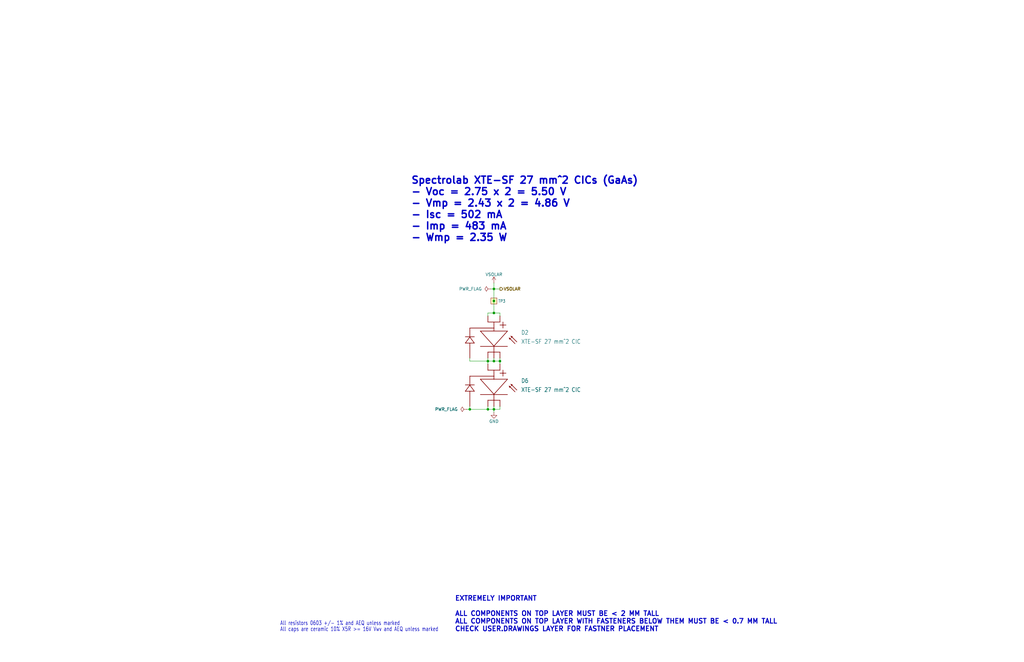
<source format=kicad_sch>
(kicad_sch (version 20250114) (generator "eeschema") (generator_version "9.0")
  (paper "USLedger")
  (title_block (title "OreSat Solar Module: GaAs + MCXN") (date "2026-02-23") (rev "1.1") (company "Portland State Aerospace Society"))
  (lib_symbols
    (symbol "oresat-misc:SPECTROLAB-XTE-SF"
      (property "Reference" "D" (at 5.08 -6.35 0))
      (symbol "SPECTROLAB-XTE-SF_1_0"
        (polyline (pts (xy -12.065 0.127) (xy -8.255 0.127)) (stroke (width 0.254)))
        (polyline (pts (xy -12.065 -2.54) (xy -10.16 -2.54)) (stroke (width 0.254)))
        (polyline (pts (xy -10.16 3.81) (xy 0 3.81)) (stroke (width 0.254)))
        (polyline (pts (xy -10.16 0) (xy -12.065 -2.54)) (stroke (width 0.254)))
        (polyline (pts (xy -10.16 0) (xy -10.16 3.81)) (stroke (width 0.254)))
        (polyline (pts (xy -10.16 -2.54) (xy -10.16 -8.89)) (stroke (width 0.254)))
        (polyline (pts (xy -10.16 -2.54) (xy -8.255 -2.54)) (stroke (width 0.254)))
        (polyline (pts (xy -8.255 -2.54) (xy -10.16 0)) (stroke (width 0.254)))
        (polyline (pts (xy -5.715 2.54) (xy 0 -3.81)) (stroke (width 0.254)))
        (polyline (pts (xy -2.54 6.35) (xy -2.54 8.89)) (stroke (width 0.254)))
        (polyline (pts (xy -2.54 6.35) (xy 2.54 6.35)) (stroke (width 0.254)))
        (polyline (pts (xy -2.54 -6.35) (xy -2.54 -8.89)) (stroke (width 0.254)))
        (polyline (pts (xy 0 3.81) (xy 0 6.35)) (stroke (width 0.254)))
        (polyline (pts (xy 0 2.54) (xy -5.715 2.54)) (stroke (width 0.254)))
        (polyline (pts (xy 0 2.54) (xy 0 3.81)) (stroke (width 0.254)))
        (polyline (pts (xy 0 -3.81) (xy 5.715 2.54)) (stroke (width 0.254)))
        (polyline (pts (xy 0 -6.35) (xy -2.54 -6.35)) (stroke (width 0.254)))
        (polyline (pts (xy 0 -6.35) (xy 0 -3.81)) (stroke (width 0.254)))
        (polyline (pts (xy 0 -8.89) (xy 0 -6.35)) (stroke (width 0.254)))
        (polyline (pts (xy 2.54 6.35) (xy 2.54 8.89)) (stroke (width 0.254)))
        (polyline (pts (xy 2.54 5.08) (xy 3.81 5.08)) (stroke (width 0.254)))
        (polyline (pts (xy 2.54 -6.35) (xy 0 -6.35)) (stroke (width 0.254)))
        (polyline (pts (xy 2.54 -8.89) (xy 2.54 -6.35)) (stroke (width 0.254)))
        (polyline (pts (xy 3.81 5.08) (xy 3.81 6.35)) (stroke (width 0.254)))
        (polyline (pts (xy 3.81 5.08) (xy 3.81 3.81)) (stroke (width 0.254)))
        (polyline (pts (xy 5.08 5.08) (xy 3.81 5.08)) (stroke (width 0.254)))
        (polyline (pts (xy 5.715 2.54) (xy 0 2.54)) (stroke (width 0.254)))
        (polyline (pts (xy 5.715 -3.937) (xy -5.715 -3.937)) (stroke (width 0.254)))
        (polyline (pts (xy 6.604 -0.508) (xy 8.89 -2.794)) (stroke (width 0.254)))
        (polyline (pts (xy 7.112 -0.508) (xy 6.604 -1.016) (xy 6.35 -0.254)) (stroke (width 0.1524)) (fill (type outline)))
        (polyline (pts (xy 7.366 0.254) (xy 9.652 -2.032)) (stroke (width 0.254)))
        (polyline (pts (xy 7.874 0.254) (xy 7.366 -0.254) (xy 7.112 0.508)) (stroke (width 0.1524)) (fill (type outline)))
        (pin passive line (at -10.16 -8.89 90) (length 0) (name "C4") (number "NEG4"))
        (pin passive line (at -2.54 8.89 270) (length 0) (name "A2") (number "POS2"))
        (pin passive line (at -2.54 -8.89 90) (length 0) (name "C3") (number "NEG3"))
        (pin passive line (at 0 -8.89 90) (length 0) (name "C2") (number "NEG2"))
        (pin passive line (at 2.54 8.89 270) (length 0) (name "A1") (number "POS1"))
        (pin passive line (at 2.54 -8.89 90) (length 0) (name "C1") (number "NEG1"))
      )
    )
    (symbol "oresat-misc:Test-Point-0.75mm-th" (exclude_from_sim yes) (in_bom no)
      (property "Reference" "TP" (at 0 2.54 0))
      (symbol "Test-Point-0.75mm-th_1_0"
        (pin passive line (at 0 0 0) (length 0) (name "1") (number "1"))
      )
      (symbol "Test-Point-0.75mm-th_1_1"
        (rectangle (start -1.27 1.27) (end 1.27 -1.27) (fill (type background)))
      )
    )
    (symbol "power:GND" (power) (pin_numbers (hide yes)) (pin_names (offset 0) (hide yes))
      (property "Value" "GND" (at 0 -3.81 0))
      (symbol "GND_0_1"
        (polyline (pts (xy 0 0) (xy 0 -1.27) (xy 1.27 -1.27) (xy 0 -2.54) (xy -1.27 -1.27) (xy 0 -1.27)))
      )
      (symbol "GND_1_1"
        (pin power_in line (at 0 0 270) (length 0) (name "~") (number "1"))
      )
    )
    (symbol "power:PWR_FLAG" (power) (pin_numbers (hide yes)) (pin_names (offset 0) (hide yes))
      (property "Value" "PWR_FLAG" (at 0 3.81 0))
      (symbol "PWR_FLAG_0_0"
        (pin power_out line (at 0 0 90) (length 0) (name "~") (number "1"))
      )
      (symbol "PWR_FLAG_0_1"
        (polyline (pts (xy 0 0) (xy 0 1.27) (xy -1.016 1.905) (xy 0 2.54) (xy 1.016 1.905) (xy 0 1.27)))
      )
    )
    (symbol "power:VBUS" (power) (pin_numbers (hide yes)) (pin_names (offset 0) (hide yes))
      (property "Value" "VBUS" (at 0 3.556 0))
      (symbol "VBUS_0_1"
        (polyline (pts (xy -0.762 1.27) (xy 0 2.54)))
        (polyline (pts (xy 0 2.54) (xy 0.762 1.27)))
        (polyline (pts (xy 0 0) (xy 0 2.54)))
      )
      (symbol "VBUS_1_1"
        (pin power_in line (at 0 0 90) (length 0) (name "~") (number "1"))
      )
    )
  )
  (text "All resistors 0603 +/- 1% and AEQ unless marked" (at 118.11 264.16 0) (effects (font (size 1.778 1.27)) (justify left bottom)))
  (text "Spectrolab XTE-SF 27 mm^2 CICs (GaAs)\n- Voc = 2.75 x 2 = 5.50 V\n- Vmp = 2.43 x 2 = 4.86 V\n- Isc = 502 mA\n- Imp = 483 mA\n- Wmp = 2.35 W" (at 173.228 102.108 0) (effects (font (size 3 3) (thickness 0.6) (bold yes)) (justify left bottom)))
  (text "EXTREMELY IMPORTANT\n\nALL COMPONENTS ON TOP LAYER MUST BE < 2 MM TALL\nALL COMPONENTS ON TOP LAYER WITH FASTENERS BELOW THEM MUST BE < 0.7 MM TALL\nCHECK USER.DRAWINGS LAYER FOR FASTNER PLACEMENT\n" (at 191.77 266.7 0) (effects (font (size 2 2) (thickness 0.4) (bold yes)) (justify left bottom)))
  (text "All caps are ceramic 10% X5R >= 16V Vwv and AEQ unless marked" (at 118.11 266.7 0) (effects (font (size 1.778 1.27)) (justify left bottom)))
  (junction (at 210.82 152.4))
  (junction (at 208.28 127))
  (junction (at 208.28 121.92))
  (junction (at 208.28 172.72))
  (junction (at 208.28 132.08))
  (junction (at 208.28 152.4))
  (junction (at 205.74 172.72))
  (junction (at 205.74 152.4))
  (junction (at 198.12 172.72))
  (wire (pts (xy 208.28 172.72) (xy 208.28 173.99)))
  (wire (pts (xy 205.74 172.72) (xy 208.28 172.72)))
  (wire (pts (xy 208.28 132.08) (xy 210.82 132.08)))
  (wire (pts (xy 208.28 121.92) (xy 210.82 121.92)))
  (wire (pts (xy 208.28 121.92) (xy 208.28 127)))
  (wire (pts (xy 208.28 127) (xy 208.28 132.08)))
  (wire (pts (xy 196.85 172.72) (xy 198.12 172.72)))
  (wire (pts (xy 205.74 171.45) (xy 205.74 172.72)))
  (wire (pts (xy 205.74 133.35) (xy 205.74 132.08)))
  (wire (pts (xy 207.01 121.92) (xy 208.28 121.92)))
  (wire (pts (xy 210.82 132.08) (xy 210.82 133.35)))
  (wire (pts (xy 210.82 151.13) (xy 210.82 152.4)))
  (wire (pts (xy 210.82 152.4) (xy 210.82 153.67)))
  (wire (pts (xy 205.74 151.13) (xy 205.74 152.4)))
  (wire (pts (xy 205.74 132.08) (xy 208.28 132.08)))
  (wire (pts (xy 205.74 152.4) (xy 208.28 152.4)))
  (wire (pts (xy 208.28 119.38) (xy 208.28 121.92)))
  (wire (pts (xy 198.12 151.13) (xy 198.12 152.4)))
  (wire (pts (xy 208.28 152.4) (xy 210.82 152.4)))
  (wire (pts (xy 208.28 171.45) (xy 208.28 172.72)))
  (wire (pts (xy 210.82 171.45) (xy 210.82 172.72)))
  (wire (pts (xy 198.12 152.4) (xy 205.74 152.4)))
  (wire (pts (xy 208.28 151.13) (xy 208.28 152.4)))
  (wire (pts (xy 198.12 172.72) (xy 205.74 172.72)))
  (wire (pts (xy 205.74 153.67) (xy 205.74 152.4)))
  (wire (pts (xy 208.28 172.72) (xy 210.82 172.72)))
  (wire (pts (xy 198.12 171.45) (xy 198.12 172.72)))
  (hierarchical_label "VSOLAR" (shape output) (at 210.82 121.92 0) (effects (font (thickness 0.254) (bold yes))))
  (symbol (lib_id "oresat-misc:SPECTROLAB-XTE-SF") (at 208.28 142.24 0) (unit 1)
    (property "Reference" "D2" (at 219.71 140.335 0) (effects (font (size 1.778 1.5113)) (justify left)))
    (property "Value" "XTE-SF 27 mm^2 CIC" (at 219.71 144.145 0) (effects (font (size 1.778 1.5113)) (justify left)))
    (property "Footprint" "oresat-misc:SPECTROLAB-XTE-SF-SLOTTED" (effects (hide yes)))
    (property "Datasheet" "https://www.spectrolab.com/photovoltaics/XTE-SF_Data_Sheet.pdf" (effects (hide yes)))
    (property "Description" "27cm2 Class (Rectangular Cell) Space Qualified Triple Junction Solar Cell" (effects (hide yes)))
    (property "DIS" "N/A" (effects (hide yes)))
    (property "DPN" "N/A" (effects (hide yes)))
    (property "MFR" "SpectraLabs" (effects (hide yes)))
    (property "MPN" "XTE-SF 27 mm^2 CIC" (effects (hide yes)))
  )
  (symbol (lib_id "power:PWR_FLAG") (at 207.01 121.92 90) (unit 1)
    (property "Reference" "#FLG02" (effects (hide yes)))
    (property "Value" "PWR_FLAG" (at 203.2 121.9199 90) (effects (justify left)))
    (property "Description" "Special symbol for telling ERC where power comes from" (effects (hide yes)))
  )
  (symbol (lib_id "power:GND") (at 208.28 173.99 0) (unit 1)
    (property "Reference" "#PWR058" (effects (hide yes)))
    (property "Value" "GND" (at 208.28 177.8 0))
    (property "Description" "Power symbol creates a global label with name \"GND\" , ground" (effects (hide yes)))
  )
  (symbol (lib_id "power:PWR_FLAG") (at 196.85 172.72 90) (unit 1)
    (property "Reference" "#FLG03" (effects (hide yes)))
    (property "Value" "PWR_FLAG" (at 193.04 172.7199 90) (effects (justify left)))
    (property "Description" "Special symbol for telling ERC where power comes from" (effects (hide yes)))
  )
  (symbol (lib_id "oresat-misc:SPECTROLAB-XTE-SF") (at 208.28 162.56 0) (unit 1)
    (property "Reference" "D6" (at 219.71 160.655 0) (effects (font (size 1.778 1.5113)) (justify left)))
    (property "Value" "XTE-SF 27 mm^2 CIC" (at 219.71 164.465 0) (effects (font (size 1.778 1.5113)) (justify left)))
    (property "Footprint" "oresat-misc:SPECTROLAB-XTE-SF-SLOTTED" (effects (hide yes)))
    (property "Datasheet" "https://www.spectrolab.com/photovoltaics/XTE-SF_Data_Sheet.pdf" (effects (hide yes)))
    (property "Description" "27cm2 Class (Rectangular Cell) Space Qualified Triple Junction Solar Cell" (effects (hide yes)))
    (property "DIS" "N/A" (effects (hide yes)))
    (property "DPN" "N/A" (effects (hide yes)))
    (property "MFR" "SpectraLabs" (effects (hide yes)))
    (property "MPN" "XTE-SF 27 mm^2 CIC" (effects (hide yes)))
  )
  (symbol (lib_id "power:VBUS") (at 208.28 119.38 0) (unit 1)
    (property "Reference" "#PWR012" (effects (hide yes)))
    (property "Value" "VSOLAR" (at 208.28 115.824 0))
    (property "Description" "Power symbol creates a global label with name \"VSOLAR\"" (effects (hide yes)))
  )
  (symbol (lib_id "oresat-misc:Test-Point-0.75mm-th") (at 208.28 127 0) (unit 1) (in_bom no)
    (property "Reference" "TP3" (at 210.058 127.762 0) (effects (font (size 1.27 1.0795)) (justify left bottom)))
    (property "Value" "TEST-POINT-LARGE-SQUARE" (effects (hide yes)))
    (property "Footprint" "oresat-misc:TestPoint-0.75mm-th" (effects (hide yes)))
    (property "Description" "0.75 mm TH test point; good for scope probes and jumpers" (effects (hide yes)))
  )
)
</source>
